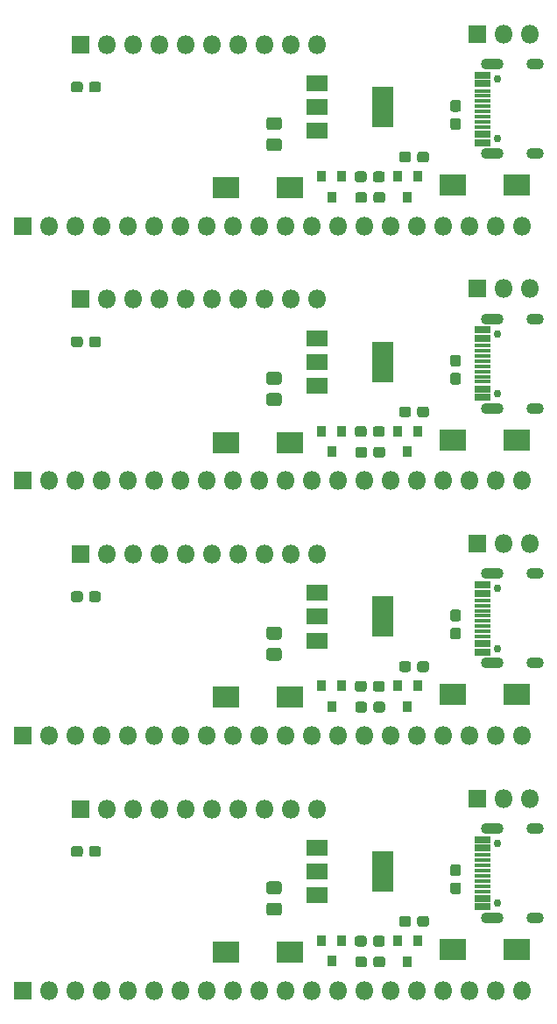
<source format=gbr>
%TF.GenerationSoftware,KiCad,Pcbnew,5.1.6-c6e7f7d~87~ubuntu20.04.1*%
%TF.CreationDate,2020-08-08T19:49:55+10:00*%
%TF.ProjectId,borscht-esp-pico-panel,626f7273-6368-4742-9d65-73702d706963,rev?*%
%TF.SameCoordinates,Original*%
%TF.FileFunction,Soldermask,Bot*%
%TF.FilePolarity,Negative*%
%FSLAX46Y46*%
G04 Gerber Fmt 4.6, Leading zero omitted, Abs format (unit mm)*
G04 Created by KiCad (PCBNEW 5.1.6-c6e7f7d~87~ubuntu20.04.1) date 2020-08-08 19:49:55*
%MOMM*%
%LPD*%
G01*
G04 APERTURE LIST*
%ADD10O,1.700000X1.100000*%
%ADD11C,0.750000*%
%ADD12O,2.200000X1.100000*%
%ADD13R,1.550000X0.400000*%
%ADD14R,1.550000X0.700000*%
%ADD15R,1.800000X1.800000*%
%ADD16O,1.800000X1.800000*%
%ADD17R,0.900000X1.000000*%
%ADD18R,2.600000X2.100000*%
%ADD19R,2.100000X3.900000*%
%ADD20R,2.100000X1.600000*%
G04 APERTURE END LIST*
%TO.C,C2*%
G36*
G01*
X94122001Y-138474716D02*
X94122001Y-138999716D01*
G75*
G02*
X93859501Y-139262216I-262500J0D01*
G01*
X93234501Y-139262216D01*
G75*
G02*
X92972001Y-138999716I0J262500D01*
G01*
X92972001Y-138474716D01*
G75*
G02*
X93234501Y-138212216I262500J0D01*
G01*
X93859501Y-138212216D01*
G75*
G02*
X94122001Y-138474716I0J-262500D01*
G01*
G37*
G36*
G01*
X92372001Y-138474716D02*
X92372001Y-138999716D01*
G75*
G02*
X92109501Y-139262216I-262500J0D01*
G01*
X91484501Y-139262216D01*
G75*
G02*
X91222001Y-138999716I0J262500D01*
G01*
X91222001Y-138474716D01*
G75*
G02*
X91484501Y-138212216I262500J0D01*
G01*
X92109501Y-138212216D01*
G75*
G02*
X92372001Y-138474716I0J-262500D01*
G01*
G37*
%TD*%
%TO.C,C3*%
G36*
G01*
X79612063Y-138177416D02*
X78655539Y-138177416D01*
G75*
G02*
X78383801Y-137905678I0J271738D01*
G01*
X78383801Y-137199154D01*
G75*
G02*
X78655539Y-136927416I271738J0D01*
G01*
X79612063Y-136927416D01*
G75*
G02*
X79883801Y-137199154I0J-271738D01*
G01*
X79883801Y-137905678D01*
G75*
G02*
X79612063Y-138177416I-271738J0D01*
G01*
G37*
G36*
G01*
X79612063Y-136127416D02*
X78655539Y-136127416D01*
G75*
G02*
X78383801Y-135855678I0J271738D01*
G01*
X78383801Y-135149154D01*
G75*
G02*
X78655539Y-134877416I271738J0D01*
G01*
X79612063Y-134877416D01*
G75*
G02*
X79883801Y-135149154I0J-271738D01*
G01*
X79883801Y-135855678D01*
G75*
G02*
X79612063Y-136127416I-271738J0D01*
G01*
G37*
%TD*%
%TO.C,C4*%
G36*
G01*
X62397401Y-131718316D02*
X62397401Y-132243316D01*
G75*
G02*
X62134901Y-132505816I-262500J0D01*
G01*
X61509901Y-132505816D01*
G75*
G02*
X61247401Y-132243316I0J262500D01*
G01*
X61247401Y-131718316D01*
G75*
G02*
X61509901Y-131455816I262500J0D01*
G01*
X62134901Y-131455816D01*
G75*
G02*
X62397401Y-131718316I0J-262500D01*
G01*
G37*
G36*
G01*
X60647401Y-131718316D02*
X60647401Y-132243316D01*
G75*
G02*
X60384901Y-132505816I-262500J0D01*
G01*
X59759901Y-132505816D01*
G75*
G02*
X59497401Y-132243316I0J262500D01*
G01*
X59497401Y-131718316D01*
G75*
G02*
X59759901Y-131455816I262500J0D01*
G01*
X60384901Y-131455816D01*
G75*
G02*
X60647401Y-131718316I0J-262500D01*
G01*
G37*
%TD*%
D10*
%TO.C,J1*%
X104364601Y-138409016D03*
D11*
X100714601Y-136979016D03*
D10*
X104364601Y-129769016D03*
D11*
X100714601Y-131199016D03*
D12*
X100184601Y-129769016D03*
X100184601Y-138409016D03*
D13*
X99269601Y-133839016D03*
X99269601Y-135839016D03*
X99269601Y-135339016D03*
X99269601Y-134839016D03*
X99269601Y-134339016D03*
X99269601Y-133339016D03*
X99269601Y-132839016D03*
X99269601Y-132339016D03*
D14*
X99269601Y-137339016D03*
X99269601Y-136539016D03*
X99269601Y-131639016D03*
X99269601Y-130839016D03*
X99269601Y-130839016D03*
X99269601Y-131639016D03*
X99269601Y-136539016D03*
X99269601Y-137339016D03*
%TD*%
D15*
%TO.C,J3*%
X60414001Y-127866016D03*
D16*
X62954001Y-127866016D03*
X65494001Y-127866016D03*
X68034001Y-127866016D03*
X70574001Y-127866016D03*
X73114001Y-127866016D03*
X75654001Y-127866016D03*
X78194001Y-127866016D03*
X80734001Y-127866016D03*
X83274001Y-127866016D03*
%TD*%
D17*
%TO.C,Q1*%
X83746401Y-140582016D03*
X85646401Y-140582016D03*
X84696401Y-142582016D03*
%TD*%
%TO.C,Q2*%
X91087001Y-140607416D03*
X92987001Y-140607416D03*
X92037001Y-142607416D03*
%TD*%
%TO.C,R2*%
G36*
G01*
X86940801Y-140904716D02*
X86940801Y-140379716D01*
G75*
G02*
X87203301Y-140117216I262500J0D01*
G01*
X87828301Y-140117216D01*
G75*
G02*
X88090801Y-140379716I0J-262500D01*
G01*
X88090801Y-140904716D01*
G75*
G02*
X87828301Y-141167216I-262500J0D01*
G01*
X87203301Y-141167216D01*
G75*
G02*
X86940801Y-140904716I0J262500D01*
G01*
G37*
G36*
G01*
X88690801Y-140904716D02*
X88690801Y-140379716D01*
G75*
G02*
X88953301Y-140117216I262500J0D01*
G01*
X89578301Y-140117216D01*
G75*
G02*
X89840801Y-140379716I0J-262500D01*
G01*
X89840801Y-140904716D01*
G75*
G02*
X89578301Y-141167216I-262500J0D01*
G01*
X88953301Y-141167216D01*
G75*
G02*
X88690801Y-140904716I0J262500D01*
G01*
G37*
%TD*%
%TO.C,R3*%
G36*
G01*
X89880201Y-142386316D02*
X89880201Y-142911316D01*
G75*
G02*
X89617701Y-143173816I-262500J0D01*
G01*
X88992701Y-143173816D01*
G75*
G02*
X88730201Y-142911316I0J262500D01*
G01*
X88730201Y-142386316D01*
G75*
G02*
X88992701Y-142123816I262500J0D01*
G01*
X89617701Y-142123816D01*
G75*
G02*
X89880201Y-142386316I0J-262500D01*
G01*
G37*
G36*
G01*
X88130201Y-142386316D02*
X88130201Y-142911316D01*
G75*
G02*
X87867701Y-143173816I-262500J0D01*
G01*
X87242701Y-143173816D01*
G75*
G02*
X86980201Y-142911316I0J262500D01*
G01*
X86980201Y-142386316D01*
G75*
G02*
X87242701Y-142123816I262500J0D01*
G01*
X87867701Y-142123816D01*
G75*
G02*
X88130201Y-142386316I0J-262500D01*
G01*
G37*
%TD*%
%TO.C,R6*%
G36*
G01*
X96422701Y-133223216D02*
X96947701Y-133223216D01*
G75*
G02*
X97210201Y-133485716I0J-262500D01*
G01*
X97210201Y-134110716D01*
G75*
G02*
X96947701Y-134373216I-262500J0D01*
G01*
X96422701Y-134373216D01*
G75*
G02*
X96160201Y-134110716I0J262500D01*
G01*
X96160201Y-133485716D01*
G75*
G02*
X96422701Y-133223216I262500J0D01*
G01*
G37*
G36*
G01*
X96422701Y-134973216D02*
X96947701Y-134973216D01*
G75*
G02*
X97210201Y-135235716I0J-262500D01*
G01*
X97210201Y-135860716D01*
G75*
G02*
X96947701Y-136123216I-262500J0D01*
G01*
X96422701Y-136123216D01*
G75*
G02*
X96160201Y-135860716I0J262500D01*
G01*
X96160201Y-135235716D01*
G75*
G02*
X96422701Y-134973216I262500J0D01*
G01*
G37*
%TD*%
D18*
%TO.C,SW1*%
X74504401Y-141683616D03*
X80664401Y-141683616D03*
%TD*%
%TO.C,SW2*%
X102584601Y-141429616D03*
X96424601Y-141429616D03*
%TD*%
D19*
%TO.C,U4*%
X89624401Y-133911216D03*
D20*
X83324401Y-133911216D03*
X83324401Y-131611216D03*
X83324401Y-136211216D03*
%TD*%
D15*
%TO.C,J2*%
X54826001Y-145392016D03*
D16*
X57366001Y-145392016D03*
X59906001Y-145392016D03*
X62446001Y-145392016D03*
X64986001Y-145392016D03*
X67526001Y-145392016D03*
X70066001Y-145392016D03*
X72606001Y-145392016D03*
X75146001Y-145392016D03*
X77686001Y-145392016D03*
X80226001Y-145392016D03*
X82766001Y-145392016D03*
X85306001Y-145392016D03*
X87846001Y-145392016D03*
X90386001Y-145392016D03*
X92926001Y-145392016D03*
X95466001Y-145392016D03*
X98006001Y-145392016D03*
X100546001Y-145392016D03*
X103086001Y-145392016D03*
%TD*%
D15*
%TO.C,J4*%
X98768001Y-126850016D03*
D16*
X101308001Y-126850016D03*
X103848001Y-126850016D03*
%TD*%
%TO.C,C2*%
G36*
G01*
X94122001Y-113868711D02*
X94122001Y-114393711D01*
G75*
G02*
X93859501Y-114656211I-262500J0D01*
G01*
X93234501Y-114656211D01*
G75*
G02*
X92972001Y-114393711I0J262500D01*
G01*
X92972001Y-113868711D01*
G75*
G02*
X93234501Y-113606211I262500J0D01*
G01*
X93859501Y-113606211D01*
G75*
G02*
X94122001Y-113868711I0J-262500D01*
G01*
G37*
G36*
G01*
X92372001Y-113868711D02*
X92372001Y-114393711D01*
G75*
G02*
X92109501Y-114656211I-262500J0D01*
G01*
X91484501Y-114656211D01*
G75*
G02*
X91222001Y-114393711I0J262500D01*
G01*
X91222001Y-113868711D01*
G75*
G02*
X91484501Y-113606211I262500J0D01*
G01*
X92109501Y-113606211D01*
G75*
G02*
X92372001Y-113868711I0J-262500D01*
G01*
G37*
%TD*%
%TO.C,C3*%
G36*
G01*
X79612063Y-113571411D02*
X78655539Y-113571411D01*
G75*
G02*
X78383801Y-113299673I0J271738D01*
G01*
X78383801Y-112593149D01*
G75*
G02*
X78655539Y-112321411I271738J0D01*
G01*
X79612063Y-112321411D01*
G75*
G02*
X79883801Y-112593149I0J-271738D01*
G01*
X79883801Y-113299673D01*
G75*
G02*
X79612063Y-113571411I-271738J0D01*
G01*
G37*
G36*
G01*
X79612063Y-111521411D02*
X78655539Y-111521411D01*
G75*
G02*
X78383801Y-111249673I0J271738D01*
G01*
X78383801Y-110543149D01*
G75*
G02*
X78655539Y-110271411I271738J0D01*
G01*
X79612063Y-110271411D01*
G75*
G02*
X79883801Y-110543149I0J-271738D01*
G01*
X79883801Y-111249673D01*
G75*
G02*
X79612063Y-111521411I-271738J0D01*
G01*
G37*
%TD*%
%TO.C,C4*%
G36*
G01*
X62397401Y-107112311D02*
X62397401Y-107637311D01*
G75*
G02*
X62134901Y-107899811I-262500J0D01*
G01*
X61509901Y-107899811D01*
G75*
G02*
X61247401Y-107637311I0J262500D01*
G01*
X61247401Y-107112311D01*
G75*
G02*
X61509901Y-106849811I262500J0D01*
G01*
X62134901Y-106849811D01*
G75*
G02*
X62397401Y-107112311I0J-262500D01*
G01*
G37*
G36*
G01*
X60647401Y-107112311D02*
X60647401Y-107637311D01*
G75*
G02*
X60384901Y-107899811I-262500J0D01*
G01*
X59759901Y-107899811D01*
G75*
G02*
X59497401Y-107637311I0J262500D01*
G01*
X59497401Y-107112311D01*
G75*
G02*
X59759901Y-106849811I262500J0D01*
G01*
X60384901Y-106849811D01*
G75*
G02*
X60647401Y-107112311I0J-262500D01*
G01*
G37*
%TD*%
D10*
%TO.C,J1*%
X104364601Y-113803011D03*
D11*
X100714601Y-112373011D03*
D10*
X104364601Y-105163011D03*
D11*
X100714601Y-106593011D03*
D12*
X100184601Y-105163011D03*
X100184601Y-113803011D03*
D13*
X99269601Y-109233011D03*
X99269601Y-111233011D03*
X99269601Y-110733011D03*
X99269601Y-110233011D03*
X99269601Y-109733011D03*
X99269601Y-108733011D03*
X99269601Y-108233011D03*
X99269601Y-107733011D03*
D14*
X99269601Y-112733011D03*
X99269601Y-111933011D03*
X99269601Y-107033011D03*
X99269601Y-106233011D03*
X99269601Y-106233011D03*
X99269601Y-107033011D03*
X99269601Y-111933011D03*
X99269601Y-112733011D03*
%TD*%
D15*
%TO.C,J3*%
X60414001Y-103260011D03*
D16*
X62954001Y-103260011D03*
X65494001Y-103260011D03*
X68034001Y-103260011D03*
X70574001Y-103260011D03*
X73114001Y-103260011D03*
X75654001Y-103260011D03*
X78194001Y-103260011D03*
X80734001Y-103260011D03*
X83274001Y-103260011D03*
%TD*%
D17*
%TO.C,Q1*%
X83746401Y-115976011D03*
X85646401Y-115976011D03*
X84696401Y-117976011D03*
%TD*%
%TO.C,Q2*%
X91087001Y-116001411D03*
X92987001Y-116001411D03*
X92037001Y-118001411D03*
%TD*%
%TO.C,R2*%
G36*
G01*
X86940801Y-116298711D02*
X86940801Y-115773711D01*
G75*
G02*
X87203301Y-115511211I262500J0D01*
G01*
X87828301Y-115511211D01*
G75*
G02*
X88090801Y-115773711I0J-262500D01*
G01*
X88090801Y-116298711D01*
G75*
G02*
X87828301Y-116561211I-262500J0D01*
G01*
X87203301Y-116561211D01*
G75*
G02*
X86940801Y-116298711I0J262500D01*
G01*
G37*
G36*
G01*
X88690801Y-116298711D02*
X88690801Y-115773711D01*
G75*
G02*
X88953301Y-115511211I262500J0D01*
G01*
X89578301Y-115511211D01*
G75*
G02*
X89840801Y-115773711I0J-262500D01*
G01*
X89840801Y-116298711D01*
G75*
G02*
X89578301Y-116561211I-262500J0D01*
G01*
X88953301Y-116561211D01*
G75*
G02*
X88690801Y-116298711I0J262500D01*
G01*
G37*
%TD*%
%TO.C,R3*%
G36*
G01*
X89880201Y-117780311D02*
X89880201Y-118305311D01*
G75*
G02*
X89617701Y-118567811I-262500J0D01*
G01*
X88992701Y-118567811D01*
G75*
G02*
X88730201Y-118305311I0J262500D01*
G01*
X88730201Y-117780311D01*
G75*
G02*
X88992701Y-117517811I262500J0D01*
G01*
X89617701Y-117517811D01*
G75*
G02*
X89880201Y-117780311I0J-262500D01*
G01*
G37*
G36*
G01*
X88130201Y-117780311D02*
X88130201Y-118305311D01*
G75*
G02*
X87867701Y-118567811I-262500J0D01*
G01*
X87242701Y-118567811D01*
G75*
G02*
X86980201Y-118305311I0J262500D01*
G01*
X86980201Y-117780311D01*
G75*
G02*
X87242701Y-117517811I262500J0D01*
G01*
X87867701Y-117517811D01*
G75*
G02*
X88130201Y-117780311I0J-262500D01*
G01*
G37*
%TD*%
%TO.C,R6*%
G36*
G01*
X96422701Y-108617211D02*
X96947701Y-108617211D01*
G75*
G02*
X97210201Y-108879711I0J-262500D01*
G01*
X97210201Y-109504711D01*
G75*
G02*
X96947701Y-109767211I-262500J0D01*
G01*
X96422701Y-109767211D01*
G75*
G02*
X96160201Y-109504711I0J262500D01*
G01*
X96160201Y-108879711D01*
G75*
G02*
X96422701Y-108617211I262500J0D01*
G01*
G37*
G36*
G01*
X96422701Y-110367211D02*
X96947701Y-110367211D01*
G75*
G02*
X97210201Y-110629711I0J-262500D01*
G01*
X97210201Y-111254711D01*
G75*
G02*
X96947701Y-111517211I-262500J0D01*
G01*
X96422701Y-111517211D01*
G75*
G02*
X96160201Y-111254711I0J262500D01*
G01*
X96160201Y-110629711D01*
G75*
G02*
X96422701Y-110367211I262500J0D01*
G01*
G37*
%TD*%
D18*
%TO.C,SW1*%
X74504401Y-117077611D03*
X80664401Y-117077611D03*
%TD*%
%TO.C,SW2*%
X102584601Y-116823611D03*
X96424601Y-116823611D03*
%TD*%
D19*
%TO.C,U4*%
X89624401Y-109305211D03*
D20*
X83324401Y-109305211D03*
X83324401Y-107005211D03*
X83324401Y-111605211D03*
%TD*%
D15*
%TO.C,J2*%
X54826001Y-120786011D03*
D16*
X57366001Y-120786011D03*
X59906001Y-120786011D03*
X62446001Y-120786011D03*
X64986001Y-120786011D03*
X67526001Y-120786011D03*
X70066001Y-120786011D03*
X72606001Y-120786011D03*
X75146001Y-120786011D03*
X77686001Y-120786011D03*
X80226001Y-120786011D03*
X82766001Y-120786011D03*
X85306001Y-120786011D03*
X87846001Y-120786011D03*
X90386001Y-120786011D03*
X92926001Y-120786011D03*
X95466001Y-120786011D03*
X98006001Y-120786011D03*
X100546001Y-120786011D03*
X103086001Y-120786011D03*
%TD*%
D15*
%TO.C,J4*%
X98768001Y-102244011D03*
D16*
X101308001Y-102244011D03*
X103848001Y-102244011D03*
%TD*%
%TO.C,C2*%
G36*
G01*
X94122001Y-89262706D02*
X94122001Y-89787706D01*
G75*
G02*
X93859501Y-90050206I-262500J0D01*
G01*
X93234501Y-90050206D01*
G75*
G02*
X92972001Y-89787706I0J262500D01*
G01*
X92972001Y-89262706D01*
G75*
G02*
X93234501Y-89000206I262500J0D01*
G01*
X93859501Y-89000206D01*
G75*
G02*
X94122001Y-89262706I0J-262500D01*
G01*
G37*
G36*
G01*
X92372001Y-89262706D02*
X92372001Y-89787706D01*
G75*
G02*
X92109501Y-90050206I-262500J0D01*
G01*
X91484501Y-90050206D01*
G75*
G02*
X91222001Y-89787706I0J262500D01*
G01*
X91222001Y-89262706D01*
G75*
G02*
X91484501Y-89000206I262500J0D01*
G01*
X92109501Y-89000206D01*
G75*
G02*
X92372001Y-89262706I0J-262500D01*
G01*
G37*
%TD*%
%TO.C,C3*%
G36*
G01*
X79612063Y-88965406D02*
X78655539Y-88965406D01*
G75*
G02*
X78383801Y-88693668I0J271738D01*
G01*
X78383801Y-87987144D01*
G75*
G02*
X78655539Y-87715406I271738J0D01*
G01*
X79612063Y-87715406D01*
G75*
G02*
X79883801Y-87987144I0J-271738D01*
G01*
X79883801Y-88693668D01*
G75*
G02*
X79612063Y-88965406I-271738J0D01*
G01*
G37*
G36*
G01*
X79612063Y-86915406D02*
X78655539Y-86915406D01*
G75*
G02*
X78383801Y-86643668I0J271738D01*
G01*
X78383801Y-85937144D01*
G75*
G02*
X78655539Y-85665406I271738J0D01*
G01*
X79612063Y-85665406D01*
G75*
G02*
X79883801Y-85937144I0J-271738D01*
G01*
X79883801Y-86643668D01*
G75*
G02*
X79612063Y-86915406I-271738J0D01*
G01*
G37*
%TD*%
%TO.C,C4*%
G36*
G01*
X62397401Y-82506306D02*
X62397401Y-83031306D01*
G75*
G02*
X62134901Y-83293806I-262500J0D01*
G01*
X61509901Y-83293806D01*
G75*
G02*
X61247401Y-83031306I0J262500D01*
G01*
X61247401Y-82506306D01*
G75*
G02*
X61509901Y-82243806I262500J0D01*
G01*
X62134901Y-82243806D01*
G75*
G02*
X62397401Y-82506306I0J-262500D01*
G01*
G37*
G36*
G01*
X60647401Y-82506306D02*
X60647401Y-83031306D01*
G75*
G02*
X60384901Y-83293806I-262500J0D01*
G01*
X59759901Y-83293806D01*
G75*
G02*
X59497401Y-83031306I0J262500D01*
G01*
X59497401Y-82506306D01*
G75*
G02*
X59759901Y-82243806I262500J0D01*
G01*
X60384901Y-82243806D01*
G75*
G02*
X60647401Y-82506306I0J-262500D01*
G01*
G37*
%TD*%
D10*
%TO.C,J1*%
X104364601Y-89197006D03*
D11*
X100714601Y-87767006D03*
D10*
X104364601Y-80557006D03*
D11*
X100714601Y-81987006D03*
D12*
X100184601Y-80557006D03*
X100184601Y-89197006D03*
D13*
X99269601Y-84627006D03*
X99269601Y-86627006D03*
X99269601Y-86127006D03*
X99269601Y-85627006D03*
X99269601Y-85127006D03*
X99269601Y-84127006D03*
X99269601Y-83627006D03*
X99269601Y-83127006D03*
D14*
X99269601Y-88127006D03*
X99269601Y-87327006D03*
X99269601Y-82427006D03*
X99269601Y-81627006D03*
X99269601Y-81627006D03*
X99269601Y-82427006D03*
X99269601Y-87327006D03*
X99269601Y-88127006D03*
%TD*%
D15*
%TO.C,J3*%
X60414001Y-78654006D03*
D16*
X62954001Y-78654006D03*
X65494001Y-78654006D03*
X68034001Y-78654006D03*
X70574001Y-78654006D03*
X73114001Y-78654006D03*
X75654001Y-78654006D03*
X78194001Y-78654006D03*
X80734001Y-78654006D03*
X83274001Y-78654006D03*
%TD*%
D17*
%TO.C,Q1*%
X83746401Y-91370006D03*
X85646401Y-91370006D03*
X84696401Y-93370006D03*
%TD*%
%TO.C,Q2*%
X91087001Y-91395406D03*
X92987001Y-91395406D03*
X92037001Y-93395406D03*
%TD*%
%TO.C,R2*%
G36*
G01*
X86940801Y-91692706D02*
X86940801Y-91167706D01*
G75*
G02*
X87203301Y-90905206I262500J0D01*
G01*
X87828301Y-90905206D01*
G75*
G02*
X88090801Y-91167706I0J-262500D01*
G01*
X88090801Y-91692706D01*
G75*
G02*
X87828301Y-91955206I-262500J0D01*
G01*
X87203301Y-91955206D01*
G75*
G02*
X86940801Y-91692706I0J262500D01*
G01*
G37*
G36*
G01*
X88690801Y-91692706D02*
X88690801Y-91167706D01*
G75*
G02*
X88953301Y-90905206I262500J0D01*
G01*
X89578301Y-90905206D01*
G75*
G02*
X89840801Y-91167706I0J-262500D01*
G01*
X89840801Y-91692706D01*
G75*
G02*
X89578301Y-91955206I-262500J0D01*
G01*
X88953301Y-91955206D01*
G75*
G02*
X88690801Y-91692706I0J262500D01*
G01*
G37*
%TD*%
%TO.C,R3*%
G36*
G01*
X89880201Y-93174306D02*
X89880201Y-93699306D01*
G75*
G02*
X89617701Y-93961806I-262500J0D01*
G01*
X88992701Y-93961806D01*
G75*
G02*
X88730201Y-93699306I0J262500D01*
G01*
X88730201Y-93174306D01*
G75*
G02*
X88992701Y-92911806I262500J0D01*
G01*
X89617701Y-92911806D01*
G75*
G02*
X89880201Y-93174306I0J-262500D01*
G01*
G37*
G36*
G01*
X88130201Y-93174306D02*
X88130201Y-93699306D01*
G75*
G02*
X87867701Y-93961806I-262500J0D01*
G01*
X87242701Y-93961806D01*
G75*
G02*
X86980201Y-93699306I0J262500D01*
G01*
X86980201Y-93174306D01*
G75*
G02*
X87242701Y-92911806I262500J0D01*
G01*
X87867701Y-92911806D01*
G75*
G02*
X88130201Y-93174306I0J-262500D01*
G01*
G37*
%TD*%
%TO.C,R6*%
G36*
G01*
X96422701Y-84011206D02*
X96947701Y-84011206D01*
G75*
G02*
X97210201Y-84273706I0J-262500D01*
G01*
X97210201Y-84898706D01*
G75*
G02*
X96947701Y-85161206I-262500J0D01*
G01*
X96422701Y-85161206D01*
G75*
G02*
X96160201Y-84898706I0J262500D01*
G01*
X96160201Y-84273706D01*
G75*
G02*
X96422701Y-84011206I262500J0D01*
G01*
G37*
G36*
G01*
X96422701Y-85761206D02*
X96947701Y-85761206D01*
G75*
G02*
X97210201Y-86023706I0J-262500D01*
G01*
X97210201Y-86648706D01*
G75*
G02*
X96947701Y-86911206I-262500J0D01*
G01*
X96422701Y-86911206D01*
G75*
G02*
X96160201Y-86648706I0J262500D01*
G01*
X96160201Y-86023706D01*
G75*
G02*
X96422701Y-85761206I262500J0D01*
G01*
G37*
%TD*%
D18*
%TO.C,SW1*%
X74504401Y-92471606D03*
X80664401Y-92471606D03*
%TD*%
%TO.C,SW2*%
X102584601Y-92217606D03*
X96424601Y-92217606D03*
%TD*%
D19*
%TO.C,U4*%
X89624401Y-84699206D03*
D20*
X83324401Y-84699206D03*
X83324401Y-82399206D03*
X83324401Y-86999206D03*
%TD*%
D15*
%TO.C,J2*%
X54826001Y-96180006D03*
D16*
X57366001Y-96180006D03*
X59906001Y-96180006D03*
X62446001Y-96180006D03*
X64986001Y-96180006D03*
X67526001Y-96180006D03*
X70066001Y-96180006D03*
X72606001Y-96180006D03*
X75146001Y-96180006D03*
X77686001Y-96180006D03*
X80226001Y-96180006D03*
X82766001Y-96180006D03*
X85306001Y-96180006D03*
X87846001Y-96180006D03*
X90386001Y-96180006D03*
X92926001Y-96180006D03*
X95466001Y-96180006D03*
X98006001Y-96180006D03*
X100546001Y-96180006D03*
X103086001Y-96180006D03*
%TD*%
D15*
%TO.C,J4*%
X98768001Y-77638006D03*
D16*
X101308001Y-77638006D03*
X103848001Y-77638006D03*
%TD*%
%TO.C,C2*%
G36*
G01*
X94122001Y-64656701D02*
X94122001Y-65181701D01*
G75*
G02*
X93859501Y-65444201I-262500J0D01*
G01*
X93234501Y-65444201D01*
G75*
G02*
X92972001Y-65181701I0J262500D01*
G01*
X92972001Y-64656701D01*
G75*
G02*
X93234501Y-64394201I262500J0D01*
G01*
X93859501Y-64394201D01*
G75*
G02*
X94122001Y-64656701I0J-262500D01*
G01*
G37*
G36*
G01*
X92372001Y-64656701D02*
X92372001Y-65181701D01*
G75*
G02*
X92109501Y-65444201I-262500J0D01*
G01*
X91484501Y-65444201D01*
G75*
G02*
X91222001Y-65181701I0J262500D01*
G01*
X91222001Y-64656701D01*
G75*
G02*
X91484501Y-64394201I262500J0D01*
G01*
X92109501Y-64394201D01*
G75*
G02*
X92372001Y-64656701I0J-262500D01*
G01*
G37*
%TD*%
%TO.C,C3*%
G36*
G01*
X79612063Y-64359401D02*
X78655539Y-64359401D01*
G75*
G02*
X78383801Y-64087663I0J271738D01*
G01*
X78383801Y-63381139D01*
G75*
G02*
X78655539Y-63109401I271738J0D01*
G01*
X79612063Y-63109401D01*
G75*
G02*
X79883801Y-63381139I0J-271738D01*
G01*
X79883801Y-64087663D01*
G75*
G02*
X79612063Y-64359401I-271738J0D01*
G01*
G37*
G36*
G01*
X79612063Y-62309401D02*
X78655539Y-62309401D01*
G75*
G02*
X78383801Y-62037663I0J271738D01*
G01*
X78383801Y-61331139D01*
G75*
G02*
X78655539Y-61059401I271738J0D01*
G01*
X79612063Y-61059401D01*
G75*
G02*
X79883801Y-61331139I0J-271738D01*
G01*
X79883801Y-62037663D01*
G75*
G02*
X79612063Y-62309401I-271738J0D01*
G01*
G37*
%TD*%
%TO.C,C4*%
G36*
G01*
X62397401Y-57900301D02*
X62397401Y-58425301D01*
G75*
G02*
X62134901Y-58687801I-262500J0D01*
G01*
X61509901Y-58687801D01*
G75*
G02*
X61247401Y-58425301I0J262500D01*
G01*
X61247401Y-57900301D01*
G75*
G02*
X61509901Y-57637801I262500J0D01*
G01*
X62134901Y-57637801D01*
G75*
G02*
X62397401Y-57900301I0J-262500D01*
G01*
G37*
G36*
G01*
X60647401Y-57900301D02*
X60647401Y-58425301D01*
G75*
G02*
X60384901Y-58687801I-262500J0D01*
G01*
X59759901Y-58687801D01*
G75*
G02*
X59497401Y-58425301I0J262500D01*
G01*
X59497401Y-57900301D01*
G75*
G02*
X59759901Y-57637801I262500J0D01*
G01*
X60384901Y-57637801D01*
G75*
G02*
X60647401Y-57900301I0J-262500D01*
G01*
G37*
%TD*%
D10*
%TO.C,J1*%
X104364601Y-64591001D03*
D11*
X100714601Y-63161001D03*
D10*
X104364601Y-55951001D03*
D11*
X100714601Y-57381001D03*
D12*
X100184601Y-55951001D03*
X100184601Y-64591001D03*
D13*
X99269601Y-60021001D03*
X99269601Y-62021001D03*
X99269601Y-61521001D03*
X99269601Y-61021001D03*
X99269601Y-60521001D03*
X99269601Y-59521001D03*
X99269601Y-59021001D03*
X99269601Y-58521001D03*
D14*
X99269601Y-63521001D03*
X99269601Y-62721001D03*
X99269601Y-57821001D03*
X99269601Y-57021001D03*
X99269601Y-57021001D03*
X99269601Y-57821001D03*
X99269601Y-62721001D03*
X99269601Y-63521001D03*
%TD*%
D15*
%TO.C,J3*%
X60414001Y-54048001D03*
D16*
X62954001Y-54048001D03*
X65494001Y-54048001D03*
X68034001Y-54048001D03*
X70574001Y-54048001D03*
X73114001Y-54048001D03*
X75654001Y-54048001D03*
X78194001Y-54048001D03*
X80734001Y-54048001D03*
X83274001Y-54048001D03*
%TD*%
D17*
%TO.C,Q1*%
X83746401Y-66764001D03*
X85646401Y-66764001D03*
X84696401Y-68764001D03*
%TD*%
%TO.C,Q2*%
X91087001Y-66789401D03*
X92987001Y-66789401D03*
X92037001Y-68789401D03*
%TD*%
%TO.C,R2*%
G36*
G01*
X86940801Y-67086701D02*
X86940801Y-66561701D01*
G75*
G02*
X87203301Y-66299201I262500J0D01*
G01*
X87828301Y-66299201D01*
G75*
G02*
X88090801Y-66561701I0J-262500D01*
G01*
X88090801Y-67086701D01*
G75*
G02*
X87828301Y-67349201I-262500J0D01*
G01*
X87203301Y-67349201D01*
G75*
G02*
X86940801Y-67086701I0J262500D01*
G01*
G37*
G36*
G01*
X88690801Y-67086701D02*
X88690801Y-66561701D01*
G75*
G02*
X88953301Y-66299201I262500J0D01*
G01*
X89578301Y-66299201D01*
G75*
G02*
X89840801Y-66561701I0J-262500D01*
G01*
X89840801Y-67086701D01*
G75*
G02*
X89578301Y-67349201I-262500J0D01*
G01*
X88953301Y-67349201D01*
G75*
G02*
X88690801Y-67086701I0J262500D01*
G01*
G37*
%TD*%
%TO.C,R3*%
G36*
G01*
X89880201Y-68568301D02*
X89880201Y-69093301D01*
G75*
G02*
X89617701Y-69355801I-262500J0D01*
G01*
X88992701Y-69355801D01*
G75*
G02*
X88730201Y-69093301I0J262500D01*
G01*
X88730201Y-68568301D01*
G75*
G02*
X88992701Y-68305801I262500J0D01*
G01*
X89617701Y-68305801D01*
G75*
G02*
X89880201Y-68568301I0J-262500D01*
G01*
G37*
G36*
G01*
X88130201Y-68568301D02*
X88130201Y-69093301D01*
G75*
G02*
X87867701Y-69355801I-262500J0D01*
G01*
X87242701Y-69355801D01*
G75*
G02*
X86980201Y-69093301I0J262500D01*
G01*
X86980201Y-68568301D01*
G75*
G02*
X87242701Y-68305801I262500J0D01*
G01*
X87867701Y-68305801D01*
G75*
G02*
X88130201Y-68568301I0J-262500D01*
G01*
G37*
%TD*%
%TO.C,R6*%
G36*
G01*
X96422701Y-59405201D02*
X96947701Y-59405201D01*
G75*
G02*
X97210201Y-59667701I0J-262500D01*
G01*
X97210201Y-60292701D01*
G75*
G02*
X96947701Y-60555201I-262500J0D01*
G01*
X96422701Y-60555201D01*
G75*
G02*
X96160201Y-60292701I0J262500D01*
G01*
X96160201Y-59667701D01*
G75*
G02*
X96422701Y-59405201I262500J0D01*
G01*
G37*
G36*
G01*
X96422701Y-61155201D02*
X96947701Y-61155201D01*
G75*
G02*
X97210201Y-61417701I0J-262500D01*
G01*
X97210201Y-62042701D01*
G75*
G02*
X96947701Y-62305201I-262500J0D01*
G01*
X96422701Y-62305201D01*
G75*
G02*
X96160201Y-62042701I0J262500D01*
G01*
X96160201Y-61417701D01*
G75*
G02*
X96422701Y-61155201I262500J0D01*
G01*
G37*
%TD*%
D18*
%TO.C,SW1*%
X74504401Y-67865601D03*
X80664401Y-67865601D03*
%TD*%
%TO.C,SW2*%
X102584601Y-67611601D03*
X96424601Y-67611601D03*
%TD*%
D19*
%TO.C,U4*%
X89624401Y-60093201D03*
D20*
X83324401Y-60093201D03*
X83324401Y-57793201D03*
X83324401Y-62393201D03*
%TD*%
D15*
%TO.C,J2*%
X54826001Y-71574001D03*
D16*
X57366001Y-71574001D03*
X59906001Y-71574001D03*
X62446001Y-71574001D03*
X64986001Y-71574001D03*
X67526001Y-71574001D03*
X70066001Y-71574001D03*
X72606001Y-71574001D03*
X75146001Y-71574001D03*
X77686001Y-71574001D03*
X80226001Y-71574001D03*
X82766001Y-71574001D03*
X85306001Y-71574001D03*
X87846001Y-71574001D03*
X90386001Y-71574001D03*
X92926001Y-71574001D03*
X95466001Y-71574001D03*
X98006001Y-71574001D03*
X100546001Y-71574001D03*
X103086001Y-71574001D03*
%TD*%
D15*
%TO.C,J4*%
X98768001Y-53032001D03*
D16*
X101308001Y-53032001D03*
X103848001Y-53032001D03*
%TD*%
M02*

</source>
